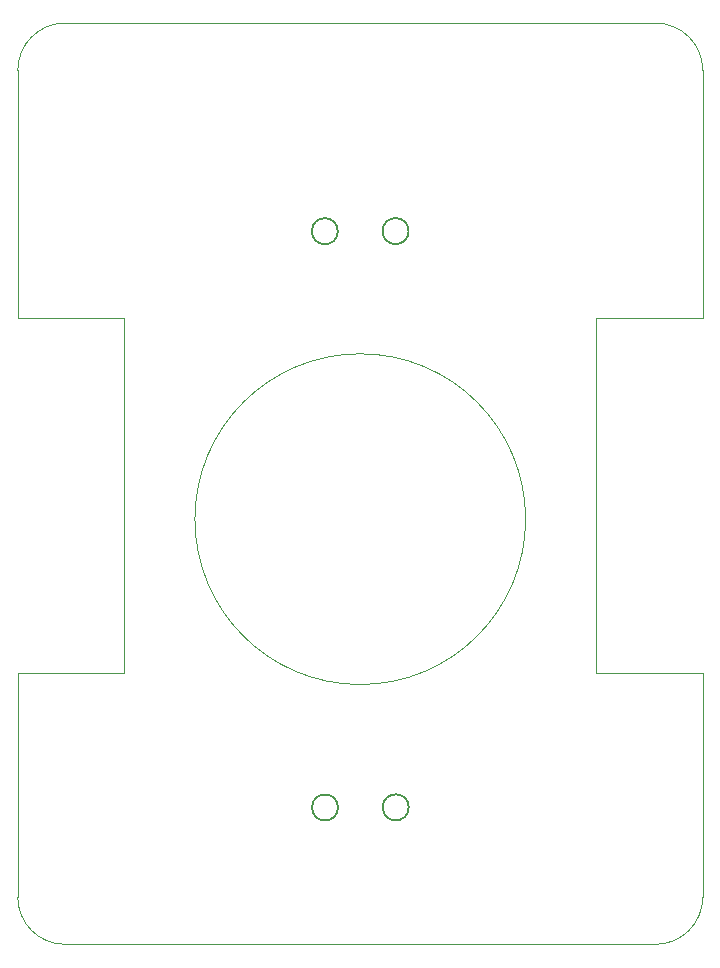
<source format=gbr>
%TF.GenerationSoftware,KiCad,Pcbnew,7.0.7-rc1*%
%TF.CreationDate,2024-03-12T16:10:36-04:00*%
%TF.ProjectId,Static,53746174-6963-42e6-9b69-6361645f7063,rev?*%
%TF.SameCoordinates,Original*%
%TF.FileFunction,Profile,NP*%
%FSLAX46Y46*%
G04 Gerber Fmt 4.6, Leading zero omitted, Abs format (unit mm)*
G04 Created by KiCad (PCBNEW 7.0.7-rc1) date 2024-03-12 16:10:36*
%MOMM*%
%LPD*%
G01*
G04 APERTURE LIST*
%TA.AperFunction,Profile*%
%ADD10C,0.100000*%
%TD*%
%TA.AperFunction,Profile*%
%ADD11C,0.150000*%
%TD*%
G04 APERTURE END LIST*
D10*
X118250000Y-69500000D02*
X118250000Y-48500000D01*
X118250000Y-69500000D02*
X127250000Y-69500000D01*
X176250000Y-48500000D02*
X176250000Y-69500000D01*
X172250000Y-122500000D02*
G75*
G03*
X176250000Y-118500000I0J4000000D01*
G01*
X161250000Y-86500000D02*
G75*
G03*
X161250000Y-86500000I-14000000J0D01*
G01*
D11*
X145350000Y-62120000D02*
G75*
G03*
X145350000Y-62120000I-1100000J0D01*
G01*
X151350000Y-110900000D02*
G75*
G03*
X151350000Y-110900000I-1100000J0D01*
G01*
D10*
X122250000Y-44500000D02*
G75*
G03*
X118250000Y-48500000I0J-4000000D01*
G01*
D11*
X151340000Y-62110000D02*
G75*
G03*
X151340000Y-62110000I-1100000J0D01*
G01*
D10*
X167250000Y-69500000D02*
X176250000Y-69500000D01*
X122250000Y-44500000D02*
X172250000Y-44500000D01*
X167250000Y-69500000D02*
X167250000Y-99500000D01*
X172250000Y-122500000D02*
X122250000Y-122500000D01*
X176250000Y-48500000D02*
G75*
G03*
X172250000Y-44500000I-4000000J0D01*
G01*
X118250000Y-99500000D02*
X127250000Y-99500000D01*
X167250000Y-99500000D02*
X176250000Y-99500000D01*
D11*
X145360000Y-110910000D02*
G75*
G03*
X145360000Y-110910000I-1100000J0D01*
G01*
D10*
X127250000Y-99500000D02*
X127250000Y-69500000D01*
X176250000Y-99500000D02*
X176250000Y-118500000D01*
X118250000Y-118500000D02*
G75*
G03*
X122250000Y-122500000I4000000J0D01*
G01*
X118250000Y-118500000D02*
X118250000Y-99500000D01*
M02*

</source>
